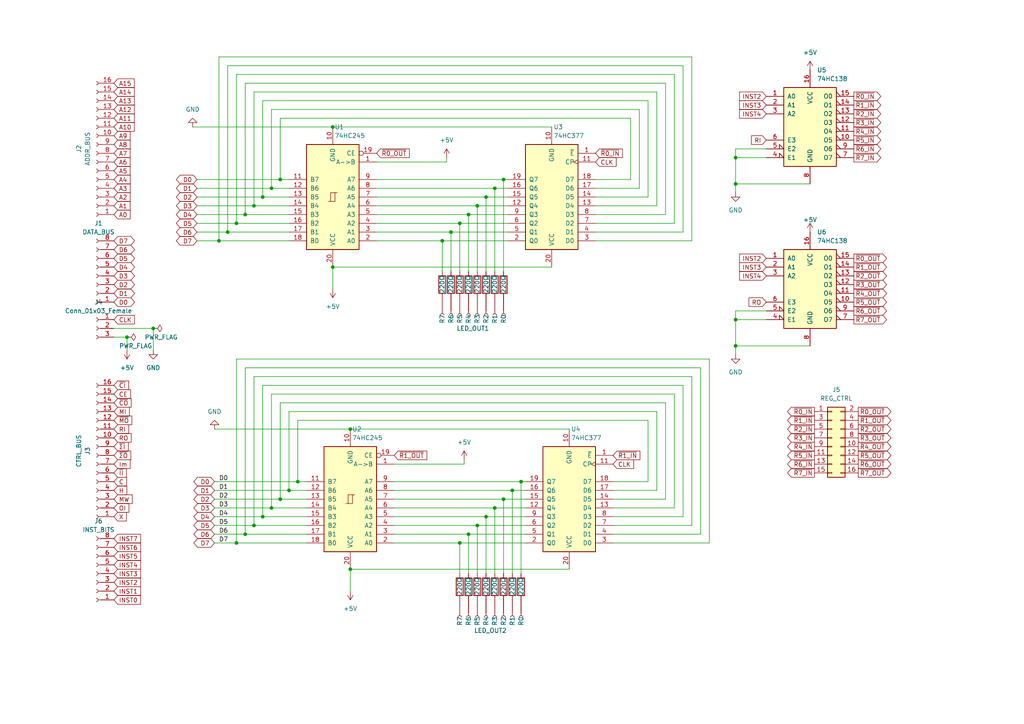
<source format=kicad_sch>
(kicad_sch (version 20211123) (generator eeschema)
  (paper "A4")
  (lib_symbols
    (symbol "74xx:74HC138" (pin_names (offset 1.016))
      (property "Reference" "U" (at -7.62 11.43 0))
      (property "Value" "74HC138" (at -7.62 -13.97 0))
      (symbol "74HC138_1_0"
        (pin input line (at -12.7 7.62 0) (length 5.08) (name "A0") (number "1"))
        (pin output output_low (at 12.7 -5.08 180) (length 5.08) (name "O5") (number "10"))
        (pin output output_low (at 12.7 -2.54 180) (length 5.08) (name "O4") (number "11"))
        (pin output output_low (at 12.7 0 180) (length 5.08) (name "O3") (number "12"))
        (pin output output_low (at 12.7 2.54 180) (length 5.08) (name "O2") (number "13"))
        (pin output output_low (at 12.7 5.08 180) (length 5.08) (name "O1") (number "14"))
        (pin output output_low (at 12.7 7.62 180) (length 5.08) (name "O0") (number "15"))
        (pin power_in line (at 0 15.24 270) (length 5.08) (name "VCC") (number "16"))
        (pin input line (at -12.7 5.08 0) (length 5.08) (name "A1") (number "2"))
        (pin input line (at -12.7 2.54 0) (length 5.08) (name "A2") (number "3"))
        (pin input input_low (at -12.7 -10.16 0) (length 5.08) (name "E1") (number "4"))
        (pin input input_low (at -12.7 -7.62 0) (length 5.08) (name "E2") (number "5"))
        (pin input line (at -12.7 -5.08 0) (length 5.08) (name "E3") (number "6"))
        (pin output output_low (at 12.7 -10.16 180) (length 5.08) (name "O7") (number "7"))
        (pin power_in line (at 0 -17.78 90) (length 5.08) (name "GND") (number "8"))
        (pin output output_low (at 12.7 -7.62 180) (length 5.08) (name "O6") (number "9"))
      )
      (symbol "74HC138_1_1"
        (rectangle (start -7.62 10.16) (end 7.62 -12.7) (stroke (width 0.254)) (fill (type background)))
      )
    )
    (symbol "74xx:74HC245" (pin_names (offset 1.016))
      (property "Reference" "U" (at -7.62 16.51 0))
      (property "Value" "74HC245" (at -7.62 -16.51 0))
      (symbol "74HC245_1_0"
        (polyline (pts (xy -0.635 -1.27) (xy -0.635 1.27) (xy 0.635 1.27)))
        (polyline (pts (xy -1.27 -1.27) (xy 0.635 -1.27) (xy 0.635 1.27) (xy 1.27 1.27)))
        (pin input line (at -12.7 -10.16 0) (length 5.08) (name "A->B") (number "1"))
        (pin power_in line (at 0 -20.32 90) (length 5.08) (name "GND") (number "10"))
        (pin tri_state line (at 12.7 -5.08 180) (length 5.08) (name "B7") (number "11"))
        (pin tri_state line (at 12.7 -2.54 180) (length 5.08) (name "B6") (number "12"))
        (pin tri_state line (at 12.7 0 180) (length 5.08) (name "B5") (number "13"))
        (pin tri_state line (at 12.7 2.54 180) (length 5.08) (name "B4") (number "14"))
        (pin tri_state line (at 12.7 5.08 180) (length 5.08) (name "B3") (number "15"))
        (pin tri_state line (at 12.7 7.62 180) (length 5.08) (name "B2") (number "16"))
        (pin tri_state line (at 12.7 10.16 180) (length 5.08) (name "B1") (number "17"))
        (pin tri_state line (at 12.7 12.7 180) (length 5.08) (name "B0") (number "18"))
        (pin input inverted (at -12.7 -12.7 0) (length 5.08) (name "CE") (number "19"))
        (pin tri_state line (at -12.7 12.7 0) (length 5.08) (name "A0") (number "2"))
        (pin power_in line (at 0 20.32 270) (length 5.08) (name "VCC") (number "20"))
        (pin tri_state line (at -12.7 10.16 0) (length 5.08) (name "A1") (number "3"))
        (pin tri_state line (at -12.7 7.62 0) (length 5.08) (name "A2") (number "4"))
        (pin tri_state line (at -12.7 5.08 0) (length 5.08) (name "A3") (number "5"))
        (pin tri_state line (at -12.7 2.54 0) (length 5.08) (name "A4") (number "6"))
        (pin tri_state line (at -12.7 0 0) (length 5.08) (name "A5") (number "7"))
        (pin tri_state line (at -12.7 -2.54 0) (length 5.08) (name "A6") (number "8"))
        (pin tri_state line (at -12.7 -5.08 0) (length 5.08) (name "A7") (number "9"))
      )
      (symbol "74HC245_1_1"
        (rectangle (start -7.62 15.24) (end 7.62 -15.24) (stroke (width 0.254)) (fill (type background)))
      )
    )
    (symbol "74xx:74HC377" (pin_names (offset 1.016))
      (property "Reference" "U" (at -7.62 16.51 0))
      (property "Value" "74HC377" (at -7.62 -16.51 0))
      (symbol "74HC377_1_0"
        (pin input line (at -12.7 -12.7 0) (length 5.08) (name "~{E}") (number "1"))
        (pin power_in line (at 0 -20.32 90) (length 5.08) (name "GND") (number "10"))
        (pin input clock (at -12.7 -10.16 0) (length 5.08) (name "CP") (number "11"))
        (pin output line (at 12.7 2.54 180) (length 5.08) (name "Q4") (number "12"))
        (pin input line (at -12.7 2.54 0) (length 5.08) (name "D4") (number "13"))
        (pin input line (at -12.7 0 0) (length 5.08) (name "D5") (number "14"))
        (pin output line (at 12.7 0 180) (length 5.08) (name "Q5") (number "15"))
        (pin output line (at 12.7 -2.54 180) (length 5.08) (name "Q6") (number "16"))
        (pin input line (at -12.7 -2.54 0) (length 5.08) (name "D6") (number "17"))
        (pin input line (at -12.7 -5.08 0) (length 5.08) (name "D7") (number "18"))
        (pin output line (at 12.7 -5.08 180) (length 5.08) (name "Q7") (number "19"))
        (pin output line (at 12.7 12.7 180) (length 5.08) (name "Q0") (number "2"))
        (pin power_in line (at 0 20.32 270) (length 5.08) (name "VCC") (number "20"))
        (pin input line (at -12.7 12.7 0) (length 5.08) (name "D0") (number "3"))
        (pin input line (at -12.7 10.16 0) (length 5.08) (name "D1") (number "4"))
        (pin output line (at 12.7 10.16 180) (length 5.08) (name "Q1") (number "5"))
        (pin output line (at 12.7 7.62 180) (length 5.08) (name "Q2") (number "6"))
        (pin input line (at -12.7 7.62 0) (length 5.08) (name "D2") (number "7"))
        (pin input line (at -12.7 5.08 0) (length 5.08) (name "D3") (number "8"))
        (pin output line (at 12.7 5.08 180) (length 5.08) (name "Q3") (number "9"))
      )
      (symbol "74HC377_1_1"
        (rectangle (start -7.62 15.24) (end 7.62 -15.24) (stroke (width 0.254)) (fill (type background)))
      )
    )
    (symbol "Conn_01x08_Female_1" (pin_numbers hide) (pin_names (offset 1.016))
      (property "Reference" "J3" (at 0 -5.08 90))
      (property "Value" "Conn_01x08_Female" (at -1.27 -16.51 0))
      (symbol "Conn_01x08_Female_1_1_1"
        (arc (start 0 -9.652) (mid -0.508 -10.16) (end 0 -10.668) (stroke (width 0.1524)))
        (arc (start 0 -7.112) (mid -0.508 -7.62) (end 0 -8.128) (stroke (width 0.1524)))
        (arc (start 0 -4.572) (mid -0.508 -5.08) (end 0 -5.588) (stroke (width 0.1524)))
        (arc (start 0 -2.032) (mid -0.508 -2.54) (end 0 -3.048) (stroke (width 0.1524)))
        (polyline (pts (xy -1.27 -10.16) (xy -0.508 -10.16)) (stroke (width 0.1524)))
        (polyline (pts (xy -1.27 -7.62) (xy -0.508 -7.62)) (stroke (width 0.1524)))
        (polyline (pts (xy -1.27 -5.08) (xy -0.508 -5.08)) (stroke (width 0.1524)))
        (polyline (pts (xy -1.27 -2.54) (xy -0.508 -2.54)) (stroke (width 0.1524)))
        (polyline (pts (xy -1.27 0) (xy -0.508 0)) (stroke (width 0.1524)))
        (polyline (pts (xy -1.27 2.54) (xy -0.508 2.54)) (stroke (width 0.1524)))
        (polyline (pts (xy -1.27 5.08) (xy -0.508 5.08)) (stroke (width 0.1524)))
        (polyline (pts (xy -1.27 7.62) (xy -0.508 7.62)) (stroke (width 0.1524)))
        (arc (start 0 0.508) (mid -0.508 0) (end 0 -0.508) (stroke (width 0.1524)))
        (arc (start 0 3.048) (mid -0.508 2.54) (end 0 2.032) (stroke (width 0.1524)))
        (arc (start 0 5.588) (mid -0.508 5.08) (end 0 4.572) (stroke (width 0.1524)))
        (arc (start 0 8.128) (mid -0.508 7.62) (end 0 7.112) (stroke (width 0.1524)))
        (pin passive line (at -5.08 7.62 0) (length 3.81) (name "R0") (number "1"))
        (pin passive line (at -5.08 5.08 0) (length 3.81) (name "R1") (number "2"))
        (pin passive line (at -5.08 2.54 0) (length 3.81) (name "R2") (number "3"))
        (pin passive line (at -5.08 0 0) (length 3.81) (name "R3") (number "4"))
        (pin passive line (at -5.08 -2.54 0) (length 3.81) (name "R4") (number "5"))
        (pin passive line (at -5.08 -5.08 0) (length 3.81) (name "R5") (number "6"))
        (pin passive line (at -5.08 -7.62 0) (length 3.81) (name "R6") (number "7"))
        (pin passive line (at -5.08 -10.16 0) (length 3.81) (name "R7") (number "8"))
      )
    )
    (symbol "Connector:Conn_01x03_Female" (pin_names (offset 1.016) hide)
      (property "Reference" "J" (at 0 5.08 0))
      (property "Value" "Conn_01x03_Female" (at 0 -5.08 0))
      (symbol "Conn_01x03_Female_1_1"
        (arc (start 0 -2.032) (mid -0.508 -2.54) (end 0 -3.048) (stroke (width 0.1524)))
        (polyline (pts (xy -1.27 -2.54) (xy -0.508 -2.54)) (stroke (width 0.1524)))
        (polyline (pts (xy -1.27 0) (xy -0.508 0)) (stroke (width 0.1524)))
        (polyline (pts (xy -1.27 2.54) (xy -0.508 2.54)) (stroke (width 0.1524)))
        (arc (start 0 0.508) (mid -0.508 0) (end 0 -0.508) (stroke (width 0.1524)))
        (arc (start 0 3.048) (mid -0.508 2.54) (end 0 2.032) (stroke (width 0.1524)))
        (pin passive line (at -5.08 2.54 0) (length 3.81) (name "Pin_1") (number "1"))
        (pin passive line (at -5.08 0 0) (length 3.81) (name "Pin_2") (number "2"))
        (pin passive line (at -5.08 -2.54 0) (length 3.81) (name "Pin_3") (number "3"))
      )
    )
    (symbol "Connector:Conn_01x08_Female" (pin_names (offset 1.016) hide)
      (property "Reference" "J" (at 0 10.16 0))
      (property "Value" "Conn_01x08_Female" (at 0 -12.7 0))
      (symbol "Conn_01x08_Female_1_1"
        (arc (start 0 -9.652) (mid -0.508 -10.16) (end 0 -10.668) (stroke (width 0.1524)))
        (arc (start 0 -7.112) (mid -0.508 -7.62) (end 0 -8.128) (stroke (width 0.1524)))
        (arc (start 0 -4.572) (mid -0.508 -5.08) (end 0 -5.588) (stroke (width 0.1524)))
        (arc (start 0 -2.032) (mid -0.508 -2.54) (end 0 -3.048) (stroke (width 0.1524)))
        (polyline (pts (xy -1.27 -10.16) (xy -0.508 -10.16)) (stroke (width 0.1524)))
        (polyline (pts (xy -1.27 -7.62) (xy -0.508 -7.62)) (stroke (width 0.1524)))
        (polyline (pts (xy -1.27 -5.08) (xy -0.508 -5.08)) (stroke (width 0.1524)))
        (polyline (pts (xy -1.27 -2.54) (xy -0.508 -2.54)) (stroke (width 0.1524)))
        (polyline (pts (xy -1.27 0) (xy -0.508 0)) (stroke (width 0.1524)))
        (polyline (pts (xy -1.27 2.54) (xy -0.508 2.54)) (stroke (width 0.1524)))
        (polyline (pts (xy -1.27 5.08) (xy -0.508 5.08)) (stroke (width 0.1524)))
        (polyline (pts (xy -1.27 7.62) (xy -0.508 7.62)) (stroke (width 0.1524)))
        (arc (start 0 0.508) (mid -0.508 0) (end 0 -0.508) (stroke (width 0.1524)))
        (arc (start 0 3.048) (mid -0.508 2.54) (end 0 2.032) (stroke (width 0.1524)))
        (arc (start 0 5.588) (mid -0.508 5.08) (end 0 4.572) (stroke (width 0.1524)))
        (arc (start 0 8.128) (mid -0.508 7.62) (end 0 7.112) (stroke (width 0.1524)))
        (pin passive line (at -5.08 7.62 0) (length 3.81) (name "Pin_1") (number "1"))
        (pin passive line (at -5.08 5.08 0) (length 3.81) (name "Pin_2") (number "2"))
        (pin passive line (at -5.08 2.54 0) (length 3.81) (name "Pin_3") (number "3"))
        (pin passive line (at -5.08 0 0) (length 3.81) (name "Pin_4") (number "4"))
        (pin passive line (at -5.08 -2.54 0) (length 3.81) (name "Pin_5") (number "5"))
        (pin passive line (at -5.08 -5.08 0) (length 3.81) (name "Pin_6") (number "6"))
        (pin passive line (at -5.08 -7.62 0) (length 3.81) (name "Pin_7") (number "7"))
        (pin passive line (at -5.08 -10.16 0) (length 3.81) (name "Pin_8") (number "8"))
      )
    )
    (symbol "Connector:Conn_01x16_Female" (pin_names (offset 1.016) hide)
      (property "Reference" "J" (at 0 20.32 0))
      (property "Value" "Conn_01x16_Female" (at 0 -22.86 0))
      (symbol "Conn_01x16_Female_1_1"
        (arc (start 0 -19.812) (mid -0.508 -20.32) (end 0 -20.828) (stroke (width 0.1524)))
        (arc (start 0 -17.272) (mid -0.508 -17.78) (end 0 -18.288) (stroke (width 0.1524)))
        (arc (start 0 -14.732) (mid -0.508 -15.24) (end 0 -15.748) (stroke (width 0.1524)))
        (arc (start 0 -12.192) (mid -0.508 -12.7) (end 0 -13.208) (stroke (width 0.1524)))
        (arc (start 0 -9.652) (mid -0.508 -10.16) (end 0 -10.668) (stroke (width 0.1524)))
        (arc (start 0 -7.112) (mid -0.508 -7.62) (end 0 -8.128) (stroke (width 0.1524)))
        (arc (start 0 -4.572) (mid -0.508 -5.08) (end 0 -5.588) (stroke (width 0.1524)))
        (arc (start 0 -2.032) (mid -0.508 -2.54) (end 0 -3.048) (stroke (width 0.1524)))
        (polyline (pts (xy -1.27 -20.32) (xy -0.508 -20.32)) (stroke (width 0.1524)))
        (polyline (pts (xy -1.27 -17.78) (xy -0.508 -17.78)) (stroke (width 0.1524)))
        (polyline (pts (xy -1.27 -15.24) (xy -0.508 -15.24)) (stroke (width 0.1524)))
        (polyline (pts (xy -1.27 -12.7) (xy -0.508 -12.7)) (stroke (width 0.1524)))
        (polyline (pts (xy -1.27 -10.16) (xy -0.508 -10.16)) (stroke (width 0.1524)))
        (polyline (pts (xy -1.27 -7.62) (xy -0.508 -7.62)) (stroke (width 0.1524)))
        (polyline (pts (xy -1.27 -5.08) (xy -0.508 -5.08)) (stroke (width 0.1524)))
        (polyline (pts (xy -1.27 -2.54) (xy -0.508 -2.54)) (stroke (width 0.1524)))
        (polyline (pts (xy -1.27 0) (xy -0.508 0)) (stroke (width 0.1524)))
        (polyline (pts (xy -1.27 2.54) (xy -0.508 2.54)) (stroke (width 0.1524)))
        (polyline (pts (xy -1.27 5.08) (xy -0.508 5.08)) (stroke (width 0.1524)))
        (polyline (pts (xy -1.27 7.62) (xy -0.508 7.62)) (stroke (width 0.1524)))
        (polyline (pts (xy -1.27 10.16) (xy -0.508 10.16)) (stroke (width 0.1524)))
        (polyline (pts (xy -1.27 12.7) (xy -0.508 12.7)) (stroke (width 0.1524)))
        (polyline (pts (xy -1.27 15.24) (xy -0.508 15.24)) (stroke (width 0.1524)))
        (polyline (pts (xy -1.27 17.78) (xy -0.508 17.78)) (stroke (width 0.1524)))
        (arc (start 0 0.508) (mid -0.508 0) (end 0 -0.508) (stroke (width 0.1524)))
        (arc (start 0 3.048) (mid -0.508 2.54) (end 0 2.032) (stroke (width 0.1524)))
        (arc (start 0 5.588) (mid -0.508 5.08) (end 0 4.572) (stroke (width 0.1524)))
        (arc (start 0 8.128) (mid -0.508 7.62) (end 0 7.112) (stroke (width 0.1524)))
        (arc (start 0 10.668) (mid -0.508 10.16) (end 0 9.652) (stroke (width 0.1524)))
        (arc (start 0 13.208) (mid -0.508 12.7) (end 0 12.192) (stroke (width 0.1524)))
        (arc (start 0 15.748) (mid -0.508 15.24) (end 0 14.732) (stroke (width 0.1524)))
        (arc (start 0 18.288) (mid -0.508 17.78) (end 0 17.272) (stroke (width 0.1524)))
        (pin passive line (at -5.08 17.78 0) (length 3.81) (name "Pin_1") (number "1"))
        (pin passive line (at -5.08 -5.08 0) (length 3.81) (name "Pin_10") (number "10"))
        (pin passive line (at -5.08 -7.62 0) (length 3.81) (name "Pin_11") (number "11"))
        (pin passive line (at -5.08 -10.16 0) (length 3.81) (name "Pin_12") (number "12"))
        (pin passive line (at -5.08 -12.7 0) (length 3.81) (name "Pin_13") (number "13"))
        (pin passive line (at -5.08 -15.24 0) (length 3.81) (name "Pin_14") (number "14"))
        (pin passive line (at -5.08 -17.78 0) (length 3.81) (name "Pin_15") (number "15"))
        (pin passive line (at -5.08 -20.32 0) (length 3.81) (name "Pin_16") (number "16"))
        (pin passive line (at -5.08 15.24 0) (length 3.81) (name "Pin_2") (number "2"))
        (pin passive line (at -5.08 12.7 0) (length 3.81) (name "Pin_3") (number "3"))
        (pin passive line (at -5.08 10.16 0) (length 3.81) (name "Pin_4") (number "4"))
        (pin passive line (at -5.08 7.62 0) (length 3.81) (name "Pin_5") (number "5"))
        (pin passive line (at -5.08 5.08 0) (length 3.81) (name "Pin_6") (number "6"))
        (pin passive line (at -5.08 2.54 0) (length 3.81) (name "Pin_7") (number "7"))
        (pin passive line (at -5.08 0 0) (length 3.81) (name "Pin_8") (number "8"))
        (pin passive line (at -5.08 -2.54 0) (length 3.81) (name "Pin_9") (number "9"))
      )
    )
    (symbol "Connector_Generic:Conn_02x08_Odd_Even" (pin_names (offset 1.016) hide)
      (property "Reference" "J" (at 1.27 10.16 0))
      (property "Value" "Conn_02x08_Odd_Even" (at 1.27 -12.7 0))
      (symbol "Conn_02x08_Odd_Even_1_1"
        (rectangle (start -1.27 -10.033) (end 0 -10.287) (stroke (width 0.1524)))
        (rectangle (start -1.27 -7.493) (end 0 -7.747) (stroke (width 0.1524)))
        (rectangle (start -1.27 -4.953) (end 0 -5.207) (stroke (width 0.1524)))
        (rectangle (start -1.27 -2.413) (end 0 -2.667) (stroke (width 0.1524)))
        (rectangle (start -1.27 0.127) (end 0 -0.127) (stroke (width 0.1524)))
        (rectangle (start -1.27 2.667) (end 0 2.413) (stroke (width 0.1524)))
        (rectangle (start -1.27 5.207) (end 0 4.953) (stroke (width 0.1524)))
        (rectangle (start -1.27 7.747) (end 0 7.493) (stroke (width 0.1524)))
        (rectangle (start -1.27 8.89) (end 3.81 -11.43) (stroke (width 0.254)) (fill (type background)))
        (rectangle (start 3.81 -10.033) (end 2.54 -10.287) (stroke (width 0.1524)))
        (rectangle (start 3.81 -7.493) (end 2.54 -7.747) (stroke (width 0.1524)))
        (rectangle (start 3.81 -4.953) (end 2.54 -5.207) (stroke (width 0.1524)))
        (rectangle (start 3.81 -2.413) (end 2.54 -2.667) (stroke (width 0.1524)))
        (rectangle (start 3.81 0.127) (end 2.54 -0.127) (stroke (width 0.1524)))
        (rectangle (start 3.81 2.667) (end 2.54 2.413) (stroke (width 0.1524)))
        (rectangle (start 3.81 5.207) (end 2.54 4.953) (stroke (width 0.1524)))
        (rectangle (start 3.81 7.747) (end 2.54 7.493) (stroke (width 0.1524)))
        (pin passive line (at -5.08 7.62 0) (length 3.81) (name "Pin_1") (number "1"))
        (pin passive line (at 7.62 -2.54 180) (length 3.81) (name "Pin_10") (number "10"))
        (pin passive line (at -5.08 -5.08 0) (length 3.81) (name "Pin_11") (number "11"))
        (pin passive line (at 7.62 -5.08 180) (length 3.81) (name "Pin_12") (number "12"))
        (pin passive line (at -5.08 -7.62 0) (length 3.81) (name "Pin_13") (number "13"))
        (pin passive line (at 7.62 -7.62 180) (length 3.81) (name "Pin_14") (number "14"))
        (pin passive line (at -5.08 -10.16 0) (length 3.81) (name "Pin_15") (number "15"))
        (pin passive line (at 7.62 -10.16 180) (length 3.81) (name "Pin_16") (number "16"))
        (pin passive line (at 7.62 7.62 180) (length 3.81) (name "Pin_2") (number "2"))
        (pin passive line (at -5.08 5.08 0) (length 3.81) (name "Pin_3") (number "3"))
        (pin passive line (at 7.62 5.08 180) (length 3.81) (name "Pin_4") (number "4"))
        (pin passive line (at -5.08 2.54 0) (length 3.81) (name "Pin_5") (number "5"))
        (pin passive line (at 7.62 2.54 180) (length 3.81) (name "Pin_6") (number "6"))
        (pin passive line (at -5.08 0 0) (length 3.81) (name "Pin_7") (number "7"))
        (pin passive line (at 7.62 0 180) (length 3.81) (name "Pin_8") (number "8"))
        (pin passive line (at -5.08 -2.54 0) (length 3.81) (name "Pin_9") (number "9"))
      )
    )
    (symbol "Device:R" (pin_numbers hide) (pin_names (offset 0))
      (property "Reference" "R" (at 2.032 0 90))
      (property "Value" "R" (at 0 0 90))
      (symbol "R_0_1"
        (rectangle (start -1.016 -2.54) (end 1.016 2.54) (stroke (width 0.254)))
      )
      (symbol "R_1_1"
        (pin passive line (at 0 3.81 270) (length 1.27) (name "~") (number "1"))
        (pin passive line (at 0 -3.81 90) (length 1.27) (name "~") (number "2"))
      )
    )
    (symbol "power:+5V" (power) (pin_names (offset 0))
      (property "Value" "+5V" (at 0 3.556 0))
      (symbol "+5V_0_1"
        (polyline (pts (xy -0.762 1.27) (xy 0 2.54)))
        (polyline (pts (xy 0 0) (xy 0 2.54)))
        (polyline (pts (xy 0 2.54) (xy 0.762 1.27)))
      )
      (symbol "+5V_1_1"
        (pin power_in line (at 0 0 90) (length 0) hide (name "+5V") (number "1"))
      )
    )
    (symbol "power:GND" (power) (pin_names (offset 0))
      (property "Value" "GND" (at 0 -3.81 0))
      (symbol "GND_0_1"
        (polyline (pts (xy 0 0) (xy 0 -1.27) (xy 1.27 -1.27) (xy 0 -2.54) (xy -1.27 -1.27) (xy 0 -1.27)))
      )
      (symbol "GND_1_1"
        (pin power_in line (at 0 0 270) (length 0) hide (name "GND") (number "1"))
      )
    )
    (symbol "power:PWR_FLAG" (power) (pin_numbers hide) (pin_names (offset 0) hide)
      (property "Value" "PWR_FLAG" (at 0 3.81 0))
      (symbol "PWR_FLAG_0_0"
        (pin power_out line (at 0 0 90) (length 0) (name "pwr") (number "1"))
      )
      (symbol "PWR_FLAG_0_1"
        (polyline (pts (xy 0 0) (xy 0 1.27) (xy -1.016 1.905) (xy 0 2.54) (xy 1.016 1.905) (xy 0 1.27)))
      )
    )
  )
  (junction (at 101.6 124.46))
  (junction (at 73.66 59.69))
  (junction (at 83.82 142.24))
  (junction (at 135.89 154.94))
  (junction (at 68.58 157.48))
  (junction (at 36.83 97.79))
  (junction (at 133.35 64.77))
  (junction (at 66.04 67.31))
  (junction (at 86.36 139.7))
  (junction (at 143.51 54.61))
  (junction (at 81.28 144.78))
  (junction (at 96.52 77.47))
  (junction (at 73.66 152.4))
  (junction (at 143.51 147.32))
  (junction (at 71.12 62.23))
  (junction (at 81.28 52.07))
  (junction (at 101.6 165.1))
  (junction (at 96.52 36.83))
  (junction (at 138.43 59.69))
  (junction (at 146.05 52.07))
  (junction (at 146.05 144.78))
  (junction (at 130.81 67.31))
  (junction (at 44.45 95.25))
  (junction (at 76.2 57.15))
  (junction (at 213.36 92.71))
  (junction (at 76.2 149.86))
  (junction (at 68.58 64.77))
  (junction (at 78.74 54.61))
  (junction (at 151.13 139.7))
  (junction (at 213.36 53.34))
  (junction (at 140.97 57.15))
  (junction (at 213.36 100.33))
  (junction (at 140.97 149.86))
  (junction (at 128.27 69.85))
  (junction (at 78.74 147.32))
  (junction (at 138.43 152.4))
  (junction (at 133.35 157.48))
  (junction (at 148.59 142.24))
  (junction (at 135.89 62.23))
  (junction (at 213.36 45.72))
  (junction (at 63.5 69.85))
  (junction (at 71.12 154.94))
  (wire (pts (xy 148.59 142.24) (xy 148.59 166.37)))
  (wire (pts (xy 133.35 64.77) (xy 147.32 64.77)))
  (wire (pts (xy 146.05 52.07) (xy 147.32 52.07)))
  (wire (pts (xy 81.28 34.29) (xy 182.88 34.29)))
  (wire (pts (xy 57.15 67.31) (xy 66.04 67.31)))
  (wire (pts (xy 205.74 104.14) (xy 205.74 157.48)))
  (wire (pts (xy 193.04 144.78) (xy 177.8 144.78)))
  (wire (pts (xy 78.74 147.32) (xy 88.9 147.32)))
  (wire (pts (xy 78.74 147.32) (xy 78.74 114.3)))
  (wire (pts (xy 109.22 64.77) (xy 133.35 64.77)))
  (wire (pts (xy 133.35 157.48) (xy 152.4 157.48)))
  (wire (pts (xy 62.23 142.24) (xy 83.82 142.24)))
  (wire (pts (xy 200.66 109.22) (xy 200.66 152.4)))
  (wire (pts (xy 140.97 149.86) (xy 152.4 149.86)))
  (wire (pts (xy 63.5 16.51) (xy 200.66 16.51)))
  (wire (pts (xy 86.36 139.7) (xy 88.9 139.7)))
  (wire (pts (xy 33.02 97.79) (xy 36.83 97.79)))
  (wire (pts (xy 193.04 62.23) (xy 172.72 62.23)))
  (wire (pts (xy 140.97 57.15) (xy 140.97 78.74)))
  (wire (pts (xy 101.6 165.1) (xy 101.6 171.45)))
  (wire (pts (xy 83.82 119.38) (xy 190.5 119.38)))
  (wire (pts (xy 76.2 29.21) (xy 76.2 57.15)))
  (wire (pts (xy 148.59 142.24) (xy 152.4 142.24)))
  (wire (pts (xy 36.83 97.79) (xy 36.83 101.6)))
  (wire (pts (xy 57.15 69.85) (xy 63.5 69.85)))
  (wire (pts (xy 44.45 95.25) (xy 44.45 101.6)))
  (wire (pts (xy 140.97 57.15) (xy 147.32 57.15)))
  (wire (pts (xy 205.74 157.48) (xy 177.8 157.48)))
  (wire (pts (xy 66.04 67.31) (xy 83.82 67.31)))
  (wire (pts (xy 143.51 147.32) (xy 152.4 147.32)))
  (wire (pts (xy 96.52 36.83) (xy 160.02 36.83)))
  (wire (pts (xy 57.15 62.23) (xy 71.12 62.23)))
  (wire (pts (xy 62.23 139.7) (xy 86.36 139.7)))
  (wire (pts (xy 109.22 67.31) (xy 130.81 67.31)))
  (wire (pts (xy 195.58 114.3) (xy 195.58 147.32)))
  (wire (pts (xy 71.12 24.13) (xy 193.04 24.13)))
  (wire (pts (xy 81.28 116.84) (xy 81.28 144.78)))
  (wire (pts (xy 73.66 152.4) (xy 88.9 152.4)))
  (wire (pts (xy 68.58 64.77) (xy 68.58 21.59)))
  (wire (pts (xy 73.66 109.22) (xy 200.66 109.22)))
  (wire (pts (xy 213.36 100.33) (xy 234.95 100.33)))
  (wire (pts (xy 203.2 106.68) (xy 203.2 154.94)))
  (wire (pts (xy 195.58 64.77) (xy 172.72 64.77)))
  (wire (pts (xy 63.5 69.85) (xy 83.82 69.85)))
  (wire (pts (xy 198.12 67.31) (xy 172.72 67.31)))
  (wire (pts (xy 68.58 157.48) (xy 88.9 157.48)))
  (wire (pts (xy 134.62 134.62) (xy 114.3 134.62)))
  (wire (pts (xy 200.66 69.85) (xy 172.72 69.85)))
  (wire (pts (xy 190.5 142.24) (xy 177.8 142.24)))
  (wire (pts (xy 68.58 64.77) (xy 83.82 64.77)))
  (wire (pts (xy 133.35 86.3561) (xy 133.35 86.36)))
  (wire (pts (xy 213.36 92.71) (xy 222.25 92.71)))
  (wire (pts (xy 138.43 152.4) (xy 152.4 152.4)))
  (wire (pts (xy 57.15 54.61) (xy 78.74 54.61)))
  (wire (pts (xy 57.15 64.77) (xy 68.58 64.77)))
  (wire (pts (xy 222.25 43.18) (xy 213.36 43.18)))
  (wire (pts (xy 222.25 90.17) (xy 213.36 90.17)))
  (wire (pts (xy 78.74 54.61) (xy 83.82 54.61)))
  (wire (pts (xy 73.66 26.67) (xy 190.5 26.67)))
  (wire (pts (xy 73.66 59.69) (xy 83.82 59.69)))
  (wire (pts (xy 62.23 147.32) (xy 78.74 147.32)))
  (wire (pts (xy 128.27 69.85) (xy 128.27 78.74)))
  (wire (pts (xy 134.62 133.35) (xy 134.62 134.62)))
  (wire (pts (xy 81.28 144.78) (xy 88.9 144.78)))
  (wire (pts (xy 198.12 111.76) (xy 198.12 149.86)))
  (wire (pts (xy 114.3 142.24) (xy 148.59 142.24)))
  (wire (pts (xy 151.13 139.7) (xy 152.4 139.7)))
  (wire (pts (xy 76.2 57.15) (xy 83.82 57.15)))
  (wire (pts (xy 71.12 62.23) (xy 71.12 24.13)))
  (wire (pts (xy 73.66 152.4) (xy 73.66 109.22)))
  (wire (pts (xy 73.66 59.69) (xy 73.66 26.67)))
  (wire (pts (xy 187.96 121.92) (xy 187.96 139.7)))
  (wire (pts (xy 129.54 45.72) (xy 129.54 46.99)))
  (wire (pts (xy 62.23 152.4) (xy 73.66 152.4)))
  (wire (pts (xy 96.52 77.47) (xy 96.52 83.82)))
  (wire (pts (xy 33.02 95.25) (xy 44.45 95.25)))
  (wire (pts (xy 76.2 111.76) (xy 198.12 111.76)))
  (wire (pts (xy 62.23 124.46) (xy 101.6 124.46)))
  (wire (pts (xy 109.22 52.07) (xy 146.05 52.07)))
  (wire (pts (xy 96.52 77.47) (xy 160.02 77.47)))
  (wire (pts (xy 138.43 152.4) (xy 138.43 166.3661)))
  (wire (pts (xy 114.3 139.7) (xy 151.13 139.7)))
  (wire (pts (xy 213.36 92.71) (xy 213.36 100.33)))
  (wire (pts (xy 76.2 149.86) (xy 88.9 149.86)))
  (wire (pts (xy 185.42 54.61) (xy 172.72 54.61)))
  (wire (pts (xy 114.3 149.86) (xy 140.97 149.86)))
  (wire (pts (xy 78.74 54.61) (xy 78.74 31.75)))
  (wire (pts (xy 109.22 59.69) (xy 138.43 59.69)))
  (wire (pts (xy 198.12 19.05) (xy 198.12 67.31)))
  (wire (pts (xy 143.51 54.61) (xy 143.51 78.74)))
  (wire (pts (xy 62.23 157.48) (xy 68.58 157.48)))
  (wire (pts (xy 195.58 21.59) (xy 195.58 64.77)))
  (wire (pts (xy 138.43 59.69) (xy 138.43 78.74)))
  (wire (pts (xy 114.3 144.78) (xy 146.05 144.78)))
  (wire (pts (xy 135.89 154.94) (xy 152.4 154.94)))
  (wire (pts (xy 190.5 119.38) (xy 190.5 142.24)))
  (wire (pts (xy 195.58 147.32) (xy 177.8 147.32)))
  (wire (pts (xy 68.58 157.48) (xy 68.58 104.14)))
  (wire (pts (xy 109.22 57.15) (xy 140.97 57.15)))
  (wire (pts (xy 57.15 59.69) (xy 73.66 59.69)))
  (wire (pts (xy 213.36 53.34) (xy 234.95 53.34)))
  (wire (pts (xy 187.96 139.7) (xy 177.8 139.7)))
  (wire (pts (xy 138.43 173.9861) (xy 138.43 173.99)))
  (wire (pts (xy 109.22 62.23) (xy 135.89 62.23)))
  (wire (pts (xy 78.74 31.75) (xy 185.42 31.75)))
  (wire (pts (xy 86.36 139.7) (xy 86.36 121.92)))
  (wire (pts (xy 135.89 62.23) (xy 147.32 62.23)))
  (wire (pts (xy 62.23 154.94) (xy 71.12 154.94)))
  (wire (pts (xy 68.58 104.14) (xy 205.74 104.14)))
  (wire (pts (xy 71.12 154.94) (xy 88.9 154.94)))
  (wire (pts (xy 146.05 52.07) (xy 146.05 78.74)))
  (wire (pts (xy 114.3 154.94) (xy 135.89 154.94)))
  (wire (pts (xy 68.58 21.59) (xy 195.58 21.59)))
  (wire (pts (xy 213.36 45.72) (xy 213.36 53.34)))
  (wire (pts (xy 143.51 54.61) (xy 147.32 54.61)))
  (wire (pts (xy 143.51 147.32) (xy 143.51 166.37)))
  (wire (pts (xy 83.82 142.24) (xy 88.9 142.24)))
  (wire (pts (xy 78.74 114.3) (xy 195.58 114.3)))
  (wire (pts (xy 114.3 152.4) (xy 138.43 152.4)))
  (wire (pts (xy 213.36 53.34) (xy 213.36 55.88)))
  (wire (pts (xy 109.22 69.85) (xy 128.27 69.85)))
  (wire (pts (xy 128.27 69.85) (xy 147.32 69.85)))
  (wire (pts (xy 140.97 149.86) (xy 140.97 166.37)))
  (wire (pts (xy 187.96 29.21) (xy 187.96 57.15)))
  (wire (pts (xy 76.2 149.86) (xy 76.2 111.76)))
  (wire (pts (xy 81.28 52.07) (xy 83.82 52.07)))
  (wire (pts (xy 130.81 67.31) (xy 130.81 78.74)))
  (wire (pts (xy 114.3 157.48) (xy 133.35 157.48)))
  (wire (pts (xy 182.88 34.29) (xy 182.88 52.07)))
  (wire (pts (xy 114.3 147.32) (xy 143.51 147.32)))
  (wire (pts (xy 66.04 19.05) (xy 198.12 19.05)))
  (wire (pts (xy 133.35 157.48) (xy 133.35 166.37)))
  (wire (pts (xy 146.05 144.78) (xy 152.4 144.78)))
  (wire (pts (xy 193.04 116.84) (xy 193.04 144.78)))
  (wire (pts (xy 109.22 54.61) (xy 143.51 54.61)))
  (wire (pts (xy 57.15 57.15) (xy 76.2 57.15)))
  (wire (pts (xy 213.36 45.72) (xy 222.25 45.72)))
  (wire (pts (xy 190.5 26.67) (xy 190.5 59.69)))
  (wire (pts (xy 190.5 59.69) (xy 172.72 59.69)))
  (wire (pts (xy 198.12 149.86) (xy 177.8 149.86)))
  (wire (pts (xy 101.6 124.46) (xy 165.1 124.46)))
  (wire (pts (xy 213.36 90.17) (xy 213.36 92.71)))
  (wire (pts (xy 71.12 106.68) (xy 71.12 154.94)))
  (wire (pts (xy 55.88 36.83) (xy 96.52 36.83)))
  (wire (pts (xy 146.05 144.78) (xy 146.05 166.37)))
  (wire (pts (xy 213.36 43.18) (xy 213.36 45.72)))
  (wire (pts (xy 203.2 154.94) (xy 177.8 154.94)))
  (wire (pts (xy 86.36 121.92) (xy 187.96 121.92)))
  (wire (pts (xy 185.42 31.75) (xy 185.42 54.61)))
  (wire (pts (xy 129.54 46.99) (xy 109.22 46.99)))
  (wire (pts (xy 62.23 149.86) (xy 76.2 149.86)))
  (wire (pts (xy 151.13 139.7) (xy 151.13 166.37)))
  (wire (pts (xy 135.89 154.94) (xy 135.89 166.37)))
  (wire (pts (xy 81.28 52.07) (xy 81.28 34.29)))
  (wire (pts (xy 187.96 57.15) (xy 172.72 57.15)))
  (wire (pts (xy 57.15 52.07) (xy 81.28 52.07)))
  (wire (pts (xy 133.35 64.77) (xy 133.35 78.7361)))
  (wire (pts (xy 83.82 142.24) (xy 83.82 119.38)))
  (wire (pts (xy 182.88 52.07) (xy 172.72 52.07)))
  (wire (pts (xy 76.2 29.21) (xy 187.96 29.21)))
  (wire (pts (xy 200.66 16.51) (xy 200.66 69.85)))
  (wire (pts (xy 130.81 67.31) (xy 147.32 67.31)))
  (wire (pts (xy 193.04 24.13) (xy 193.04 62.23)))
  (wire (pts (xy 63.5 69.85) (xy 63.5 16.51)))
  (wire (pts (xy 101.6 165.1) (xy 165.1 165.1)))
  (wire (pts (xy 213.36 100.33) (xy 213.36 102.87)))
  (wire (pts (xy 138.43 59.69) (xy 147.32 59.69)))
  (wire (pts (xy 66.04 19.05) (xy 66.04 67.31)))
  (wire (pts (xy 62.23 144.78) (xy 81.28 144.78)))
  (wire (pts (xy 135.89 62.23) (xy 135.89 78.74)))
  (wire (pts (xy 71.12 62.23) (xy 83.82 62.23)))
  (wire (pts (xy 81.28 116.84) (xy 193.04 116.84)))
  (wire (pts (xy 200.66 152.4) (xy 177.8 152.4)))
  (wire (pts (xy 71.12 106.68) (xy 203.2 106.68)))
  (label "D5" (at 63.5 152.4 0))
  (label "D7" (at 63.5 157.48 0))
  (label "D0" (at 63.5 139.7 0))
  (label "D1" (at 63.5 142.24 0))
  (label "D6" (at 63.5 154.94 0))
  (label "D4" (at 63.5 149.86 0))
  (label "D2" (at 63.5 144.78 0))
  (label "D3" (at 63.5 147.32 0))
  (global_label "~{R0_OUT}" (shape output) (at 247.65 74.93 0) (property "Intersheet References" "${INTERSHEET_REFS}" (effects hide)))
  (global_label "CLK" (shape input) (at 172.72 46.99 0) (property "Intersheet References" "${INTERSHEET_REFS}" (effects hide)))
  (global_label "MW" (shape input) (at 33.02 144.78 0) (property "Intersheet References" "${INTERSHEET_REFS}" (effects hide)))
  (global_label "D6" (shape tri_state) (at 62.23 154.94 180) (property "Intersheet References" "${INTERSHEET_REFS}" (effects hide)))
  (global_label "D7" (shape tri_state) (at 57.15 69.85 180) (property "Intersheet References" "${INTERSHEET_REFS}" (effects hide)))
  (global_label "~{R1_IN}" (shape input) (at 177.8 132.08 0) (property "Intersheet References" "${INTERSHEET_REFS}" (effects hide)))
  (global_label "~{R3_OUT}" (shape output) (at 248.92 127 0) (property "Intersheet References" "${INTERSHEET_REFS}" (effects hide)))
  (global_label "A13" (shape input) (at 33.02 29.21 0) (property "Intersheet References" "${INTERSHEET_REFS}" (effects hide)))
  (global_label "INST4" (shape input) (at 222.25 33.02 180) (property "Intersheet References" "${INTERSHEET_REFS}" (effects hide)))
  (global_label "D2" (shape tri_state) (at 62.23 144.78 180) (property "Intersheet References" "${INTERSHEET_REFS}" (effects hide)))
  (global_label "MI" (shape input) (at 33.02 119.38 0) (property "Intersheet References" "${INTERSHEET_REFS}" (effects hide)))
  (global_label "~{R6_OUT}" (shape output) (at 248.92 134.62 0) (property "Intersheet References" "${INTERSHEET_REFS}" (effects hide)))
  (global_label "~{R3_OUT}" (shape output) (at 247.65 82.55 0) (property "Intersheet References" "${INTERSHEET_REFS}" (effects hide)))
  (global_label "X" (shape input) (at 33.02 149.86 0) (property "Intersheet References" "${INTERSHEET_REFS}" (effects hide)))
  (global_label "A10" (shape input) (at 33.02 36.83 0) (property "Intersheet References" "${INTERSHEET_REFS}" (effects hide)))
  (global_label "~{R4_OUT}" (shape output) (at 247.65 85.09 0) (property "Intersheet References" "${INTERSHEET_REFS}" (effects hide)))
  (global_label "~{R4_IN}" (shape output) (at 247.65 38.1 0) (property "Intersheet References" "${INTERSHEET_REFS}" (effects hide)))
  (global_label "~{R0_IN}" (shape input) (at 172.72 44.45 0) (property "Intersheet References" "${INTERSHEET_REFS}" (effects hide)))
  (global_label "D1" (shape tri_state) (at 33.02 85.09 0) (property "Intersheet References" "${INTERSHEET_REFS}" (effects hide)))
  (global_label "D7" (shape tri_state) (at 33.02 69.85 0) (property "Intersheet References" "${INTERSHEET_REFS}" (effects hide)))
  (global_label "D2" (shape tri_state) (at 57.15 57.15 180) (property "Intersheet References" "${INTERSHEET_REFS}" (effects hide)))
  (global_label "D1" (shape tri_state) (at 57.15 54.61 180) (property "Intersheet References" "${INTERSHEET_REFS}" (effects hide)))
  (global_label "~{R1_IN}" (shape output) (at 247.65 30.48 0) (property "Intersheet References" "${INTERSHEET_REFS}" (effects hide)))
  (global_label "RI" (shape input) (at 33.02 124.46 0) (property "Intersheet References" "${INTERSHEET_REFS}" (effects hide)))
  (global_label "~{R7_OUT}" (shape output) (at 247.65 92.71 0) (property "Intersheet References" "${INTERSHEET_REFS}" (effects hide)))
  (global_label "C" (shape input) (at 33.02 139.7 0) (property "Intersheet References" "${INTERSHEET_REFS}" (effects hide)))
  (global_label "RI" (shape input) (at 222.25 40.64 180) (property "Intersheet References" "${INTERSHEET_REFS}" (effects hide)))
  (global_label "D3" (shape tri_state) (at 62.23 147.32 180) (property "Intersheet References" "${INTERSHEET_REFS}" (effects hide)))
  (global_label "D4" (shape tri_state) (at 57.15 62.23 180) (property "Intersheet References" "${INTERSHEET_REFS}" (effects hide)))
  (global_label "~{R3_IN}" (shape output) (at 247.65 35.56 0) (property "Intersheet References" "${INTERSHEET_REFS}" (effects hide)))
  (global_label "A12" (shape input) (at 33.02 31.75 0) (property "Intersheet References" "${INTERSHEET_REFS}" (effects hide)))
  (global_label "A9" (shape input) (at 33.02 39.37 0) (property "Intersheet References" "${INTERSHEET_REFS}" (effects hide)))
  (global_label "~{R1_OUT}" (shape output) (at 248.92 121.92 0) (property "Intersheet References" "${INTERSHEET_REFS}" (effects hide)))
  (global_label "~{R4_OUT}" (shape output) (at 248.92 129.54 0) (property "Intersheet References" "${INTERSHEET_REFS}" (effects hide)))
  (global_label "~{R7_OUT}" (shape output) (at 248.92 137.16 0) (property "Intersheet References" "${INTERSHEET_REFS}" (effects hide)))
  (global_label "A1" (shape input) (at 33.02 59.69 0) (property "Intersheet References" "${INTERSHEET_REFS}" (effects hide)))
  (global_label "OI" (shape input) (at 33.02 147.32 0) (property "Intersheet References" "${INTERSHEET_REFS}" (effects hide)))
  (global_label "~{R6_OUT}" (shape output) (at 247.65 90.17 0) (property "Intersheet References" "${INTERSHEET_REFS}" (effects hide)))
  (global_label "~{R1_OUT}" (shape output) (at 247.65 77.47 0) (property "Intersheet References" "${INTERSHEET_REFS}" (effects hide)))
  (global_label "~{R2_OUT}" (shape output) (at 247.65 80.01 0) (property "Intersheet References" "${INTERSHEET_REFS}" (effects hide)))
  (global_label "~{R1_IN}" (shape output) (at 236.22 121.92 180) (property "Intersheet References" "${INTERSHEET_REFS}" (effects hide)))
  (global_label "CLK" (shape input) (at 33.02 92.71 0) (property "Intersheet References" "${INTERSHEET_REFS}" (effects hide)))
  (global_label "~{II}" (shape input) (at 33.02 137.16 0) (property "Intersheet References" "${INTERSHEET_REFS}" (effects hide)))
  (global_label "INST5" (shape input) (at 33.02 161.29 0) (property "Intersheet References" "${INTERSHEET_REFS}" (effects hide)))
  (global_label "~{R2_IN}" (shape output) (at 236.22 124.46 180) (property "Intersheet References" "${INTERSHEET_REFS}" (effects hide)))
  (global_label "D5" (shape tri_state) (at 57.15 64.77 180) (property "Intersheet References" "${INTERSHEET_REFS}" (effects hide)))
  (global_label "D0" (shape tri_state) (at 62.23 139.7 180) (property "Intersheet References" "${INTERSHEET_REFS}" (effects hide)))
  (global_label "A2" (shape input) (at 33.02 57.15 0) (property "Intersheet References" "${INTERSHEET_REFS}" (effects hide)))
  (global_label "Im" (shape input) (at 33.02 134.62 0) (property "Intersheet References" "${INTERSHEET_REFS}" (effects hide)))
  (global_label "~{R2_OUT}" (shape output) (at 248.92 124.46 0) (property "Intersheet References" "${INTERSHEET_REFS}" (effects hide)))
  (global_label "~{R6_IN}" (shape output) (at 236.22 134.62 180) (property "Intersheet References" "${INTERSHEET_REFS}" (effects hide)))
  (global_label "INST0" (shape input) (at 33.02 173.99 0) (property "Intersheet References" "${INTERSHEET_REFS}" (effects hide)))
  (global_label "~{R3_IN}" (shape output) (at 236.22 127 180) (property "Intersheet References" "${INTERSHEET_REFS}" (effects hide)))
  (global_label "~{R7_IN}" (shape output) (at 236.22 137.16 180) (property "Intersheet References" "${INTERSHEET_REFS}" (effects hide)))
  (global_label "INST2" (shape input) (at 222.25 27.94 180) (property "Intersheet References" "${INTERSHEET_REFS}" (effects hide)))
  (global_label "INST2" (shape input) (at 33.02 168.91 0) (property "Intersheet References" "${INTERSHEET_REFS}" (effects hide)))
  (global_label "~{R2_IN}" (shape output) (at 247.65 33.02 0) (property "Intersheet References" "${INTERSHEET_REFS}" (effects hide)))
  (global_label "H" (shape input) (at 33.02 142.24 0) (property "Intersheet References" "${INTERSHEET_REFS}" (effects hide)))
  (global_label "D7" (shape tri_state) (at 62.23 157.48 180) (property "Intersheet References" "${INTERSHEET_REFS}" (effects hide)))
  (global_label "A4" (shape input) (at 33.02 52.07 0) (property "Intersheet References" "${INTERSHEET_REFS}" (effects hide)))
  (global_label "D6" (shape tri_state) (at 57.15 67.31 180) (property "Intersheet References" "${INTERSHEET_REFS}" (effects hide)))
  (global_label "~{R1_OUT}" (shape input) (at 114.3 132.08 0) (property "Intersheet References" "${INTERSHEET_REFS}" (effects hide)))
  (global_label "D5" (shape tri_state) (at 62.23 152.4 180) (property "Intersheet References" "${INTERSHEET_REFS}" (effects hide)))
  (global_label "~{R0_IN}" (shape output) (at 247.65 27.94 0) (property "Intersheet References" "${INTERSHEET_REFS}" (effects hide)))
  (global_label "INST4" (shape input) (at 33.02 163.83 0) (property "Intersheet References" "${INTERSHEET_REFS}" (effects hide)))
  (global_label "INST3" (shape input) (at 33.02 166.37 0) (property "Intersheet References" "${INTERSHEET_REFS}" (effects hide)))
  (global_label "D4" (shape tri_state) (at 62.23 149.86 180) (property "Intersheet References" "${INTERSHEET_REFS}" (effects hide)))
  (global_label "~{MO}" (shape input) (at 33.02 121.92 0) (property "Intersheet References" "${INTERSHEET_REFS}" (effects hide)))
  (global_label "~{ΣI}" (shape input) (at 33.02 129.54 0) (property "Intersheet References" "${INTERSHEET_REFS}" (effects hide)))
  (global_label "A14" (shape input) (at 33.02 26.67 0) (property "Intersheet References" "${INTERSHEET_REFS}" (effects hide)))
  (global_label "~{R0_IN}" (shape output) (at 236.22 119.38 180) (property "Intersheet References" "${INTERSHEET_REFS}" (effects hide)))
  (global_label "D0" (shape tri_state) (at 33.02 87.63 0) (property "Intersheet References" "${INTERSHEET_REFS}" (effects hide)))
  (global_label "A8" (shape input) (at 33.02 41.91 0) (property "Intersheet References" "${INTERSHEET_REFS}" (effects hide)))
  (global_label "D0" (shape tri_state) (at 57.15 52.07 180) (property "Intersheet References" "${INTERSHEET_REFS}" (effects hide)))
  (global_label "D3" (shape tri_state) (at 57.15 59.69 180) (property "Intersheet References" "${INTERSHEET_REFS}" (effects hide)))
  (global_label "D2" (shape tri_state) (at 33.02 82.55 0) (property "Intersheet References" "${INTERSHEET_REFS}" (effects hide)))
  (global_label "INST2" (shape input) (at 222.25 74.93 180) (property "Intersheet References" "${INTERSHEET_REFS}" (effects hide)))
  (global_label "~{R5_IN}" (shape output) (at 236.22 132.08 180) (property "Intersheet References" "${INTERSHEET_REFS}" (effects hide)))
  (global_label "~{CI}" (shape input) (at 33.02 111.76 0) (property "Intersheet References" "${INTERSHEET_REFS}" (effects hide)))
  (global_label "INST4" (shape input) (at 222.25 80.01 180) (property "Intersheet References" "${INTERSHEET_REFS}" (effects hide)))
  (global_label "~{R4_IN}" (shape output) (at 236.22 129.54 180) (property "Intersheet References" "${INTERSHEET_REFS}" (effects hide)))
  (global_label "RO" (shape input) (at 222.25 87.63 180) (property "Intersheet References" "${INTERSHEET_REFS}" (effects hide)))
  (global_label "CE" (shape input) (at 33.02 114.3 0) (property "Intersheet References" "${INTERSHEET_REFS}" (effects hide)))
  (global_label "~{R0_OUT}" (shape input) (at 109.22 44.45 0) (property "Intersheet References" "${INTERSHEET_REFS}" (effects hide)))
  (global_label "A6" (shape input) (at 33.02 46.99 0) (property "Intersheet References" "${INTERSHEET_REFS}" (effects hide)))
  (global_label "D1" (shape tri_state) (at 62.23 142.24 180) (property "Intersheet References" "${INTERSHEET_REFS}" (effects hide)))
  (global_label "~{R0_OUT}" (shape output) (at 248.92 119.38 0) (property "Intersheet References" "${INTERSHEET_REFS}" (effects hide)))
  (global_label "INST3" (shape input) (at 222.25 30.48 180) (property "Intersheet References" "${INTERSHEET_REFS}" (effects hide)))
  (global_label "~{R5_OUT}" (shape output) (at 248.92 132.08 0) (property "Intersheet References" "${INTERSHEET_REFS}" (effects hide)))
  (global_label "~{CO}" (shape input) (at 33.02 116.84 0) (property "Intersheet References" "${INTERSHEET_REFS}" (effects hide)))
  (global_label "INST7" (shape input) (at 33.02 156.21 0) (property "Intersheet References" "${INTERSHEET_REFS}" (effects hide)))
  (global_label "RO" (shape input) (at 33.02 127 0) (property "Intersheet References" "${INTERSHEET_REFS}" (effects hide)))
  (global_label "A7" (shape input) (at 33.02 44.45 0) (property "Intersheet References" "${INTERSHEET_REFS}" (effects hide)))
  (global_label "INST6" (shape input) (at 33.02 158.75 0) (property "Intersheet References" "${INTERSHEET_REFS}" (effects hide)))
  (global_label "~{R6_IN}" (shape output) (at 247.65 43.18 0) (property "Intersheet References" "${INTERSHEET_REFS}" (effects hide)))
  (global_label "~{R7_IN}" (shape output) (at 247.65 45.72 0) (property "Intersheet References" "${INTERSHEET_REFS}" (effects hide)))
  (global_label "A11" (shape input) (at 33.02 34.29 0) (property "Intersheet References" "${INTERSHEET_REFS}" (effects hide)))
  (global_label "A0" (shape input) (at 33.02 62.23 0) (property "Intersheet References" "${INTERSHEET_REFS}" (effects hide)))
  (global_label "D6" (shape tri_state) (at 33.02 72.39 0) (property "Intersheet References" "${INTERSHEET_REFS}" (effects hide)))
  (global_label "A5" (shape input) (at 33.02 49.53 0) (property "Intersheet References" "${INTERSHEET_REFS}" (effects hide)))
  (global_label "~{R5_OUT}" (shape output) (at 247.65 87.63 0) (property "Intersheet References" "${INTERSHEET_REFS}" (effects hide)))
  (global_label "D3" (shape tri_state) (at 33.02 80.01 0) (property "Intersheet References" "${INTERSHEET_REFS}" (effects hide)))
  (global_label "CLK" (shape input) (at 177.8 134.62 0) (property "Intersheet References" "${INTERSHEET_REFS}" (effects hide)))
  (global_label "~{ΣO}" (shape input) (at 33.02 132.08 0) (property "Intersheet References" "${INTERSHEET_REFS}" (effects hide)))
  (global_label "D4" (shape tri_state) (at 33.02 77.47 0) (property "Intersheet References" "${INTERSHEET_REFS}" (effects hide)))
  (global_label "D5" (shape tri_state) (at 33.02 74.93 0) (property "Intersheet References" "${INTERSHEET_REFS}" (effects hide)))
  (global_label "A3" (shape input) (at 33.02 54.61 0) (property "Intersheet References" "${INTERSHEET_REFS}" (effects hide)))
  (global_label "A15" (shape input) (at 33.02 24.13 0) (property "Intersheet References" "${INTERSHEET_REFS}" (effects hide)))
  (global_label "INST1" (shape input) (at 33.02 171.45 0) (property "Intersheet References" "${INTERSHEET_REFS}" (effects hide)))
  (global_label "INST3" (shape input) (at 222.25 77.47 180) (property "Intersheet References" "${INTERSHEET_REFS}" (effects hide)))
  (global_label "~{R5_IN}" (shape output) (at 247.65 40.64 0) (property "Intersheet References" "${INTERSHEET_REFS}" (effects hide)))
  (symbol (lib_id "Device:R") (at 130.81 82.55 0) (unit 1)
    (property "Reference" "R2" (effects hide))
    (property "Value" "220Ω" (at 130.81 85.09 90) (effects (justify left)))
    (property "Footprint" "Resistor_SMD:R_1206_3216Metric_Pad1.30x1.75mm_HandSolder" (effects hide))
  )
  (symbol (lib_id "Device:R") (at 138.43 82.55 0) (unit 1)
    (property "Reference" "R7" (effects hide))
    (property "Value" "220Ω" (at 138.43 85.09 90) (effects (justify left)))
    (property "Footprint" "Resistor_SMD:R_1206_3216Metric_Pad1.30x1.75mm_HandSolder" (effects hide))
  )
  (symbol (lib_id "74xx:74HC138") (at 234.95 35.56 0) (unit 1)
    (property "Reference" "U5" (at 236.9694 20.32 0) (effects (justify left)))
    (property "Value" "74HC138" (at 236.9694 22.86 0) (effects (justify left)))
    (property "Footprint" "Package_DIP:DIP-16_W7.62mm_Socket" (effects hide))
    (property "Datasheet" "http://www.ti.com/lit/gpn/sn74LS138" (effects hide))
  )
  (symbol (lib_id "Connector:Conn_01x16_Female") (at 27.94 44.45 180) (unit 1)
    (property "Reference" "J2" (at 22.86 43.18 90))
    (property "Value" "ADDR_BUS" (at 25.4 43.18 90))
    (property "Footprint" "Connector_PinSocket_2.54mm:PinSocket_1x16_P2.54mm_Vertical" (effects hide))
  )
  (symbol (lib_id "74xx:74HC245") (at 101.6 144.78 180) (unit 1)
    (property "Reference" "U2" (at 102.1206 124.46 0) (effects (justify right)))
    (property "Value" "74HC245" (at 102.1206 127 0) (effects (justify right)))
    (property "Footprint" "Package_DIP:DIP-20_W7.62mm_Socket" (effects hide))
    (property "Datasheet" "http://www.ti.com/lit/gpn/sn74HC245" (effects hide))
  )
  (symbol (lib_id "Device:R") (at 143.51 170.18 0) (unit 1)
    (property "Reference" "R12" (effects hide))
    (property "Value" "220Ω" (at 143.51 172.72 90) (effects (justify left)))
    (property "Footprint" "Resistor_SMD:R_1206_3216Metric_Pad1.30x1.75mm_HandSolder" (effects hide))
  )
  (symbol (lib_id "Device:R") (at 148.59 170.18 0) (unit 1)
    (property "Reference" "R15" (effects hide))
    (property "Value" "220Ω" (at 148.59 172.72 90) (effects (justify left)))
    (property "Footprint" "Resistor_SMD:R_1206_3216Metric_Pad1.30x1.75mm_HandSolder" (effects hide))
  )
  (symbol (lib_id "power:+5V") (at 129.54 45.72 0) (unit 1)
    (property "Reference" "#PWR0104" (effects hide))
    (property "Value" "+5V" (at 129.54 40.64 0))
  )
  (symbol (lib_id "Device:R") (at 135.89 170.18 0) (unit 1)
    (property "Reference" "R6" (effects hide))
    (property "Value" "220Ω" (at 135.89 172.72 90) (effects (justify left)))
    (property "Footprint" "Resistor_SMD:R_1206_3216Metric_Pad1.30x1.75mm_HandSolder" (effects hide))
  )
  (symbol (lib_id "power:+5V") (at 134.62 133.35 0) (unit 1)
    (property "Reference" "#PWR0102" (effects hide))
    (property "Value" "+5V" (at 134.62 128.27 0))
  )
  (symbol (lib_name "Conn_01x08_Female_1") (lib_id "Connector:Conn_01x08_Female") (at 143.51 179.07 270) (unit 1)
    (property "Reference" "LED_OUT2" (at 142.24 182.88 90))
    (property "Value" "LEDs" (effects hide))
    (property "Footprint" "Connector_PinHeader_2.54mm:PinHeader_1x08_P2.54mm_Horizontal" (effects hide))
  )
  (symbol (lib_id "74xx:74HC377") (at 160.02 57.15 180) (unit 1)
    (property "Reference" "U3" (at 160.5406 36.83 0) (effects (justify right)))
    (property "Value" "74HC377" (at 160.5406 39.37 0) (effects (justify right)))
    (property "Footprint" "Package_DIP:DIP-20_W7.62mm_Socket" (effects hide))
    (property "Datasheet" "http://www.ti.com/lit/gpn/sn74LS377" (effects hide))
  )
  (symbol (lib_id "Device:R") (at 143.51 82.55 0) (unit 1)
    (property "Reference" "R11" (effects hide))
    (property "Value" "220Ω" (at 143.51 85.09 90) (effects (justify left)))
    (property "Footprint" "Resistor_SMD:R_1206_3216Metric_Pad1.30x1.75mm_HandSolder" (effects hide))
  )
  (symbol (lib_id "Device:R") (at 140.97 82.55 0) (unit 1)
    (property "Reference" "R9" (effects hide))
    (property "Value" "220Ω" (at 140.97 85.09 90) (effects (justify left)))
    (property "Footprint" "Resistor_SMD:R_1206_3216Metric_Pad1.30x1.75mm_HandSolder" (effects hide))
  )
  (symbol (lib_id "power:PWR_FLAG") (at 44.45 95.25 270) (unit 1)
    (property "Reference" "#FLG02" (effects hide))
    (property "Value" "PWR_FLAG" (at 41.91 97.79 90) (effects (justify left)))
  )
  (symbol (lib_id "Device:R") (at 135.89 82.55 0) (unit 1)
    (property "Reference" "R5" (effects hide))
    (property "Value" "220Ω" (at 135.89 85.09 90) (effects (justify left)))
    (property "Footprint" "Resistor_SMD:R_1206_3216Metric_Pad1.30x1.75mm_HandSolder" (effects hide))
  )
  (symbol (lib_id "Device:R") (at 133.35 170.18 0) (unit 1)
    (property "Reference" "R4" (effects hide))
    (property "Value" "220Ω" (at 133.35 172.72 90) (effects (justify left)))
    (property "Footprint" "Resistor_SMD:R_1206_3216Metric_Pad1.30x1.75mm_HandSolder" (effects hide))
  )
  (symbol (lib_id "Device:R") (at 138.43 170.1761 0) (unit 1)
    (property "Reference" "R8" (effects hide))
    (property "Value" "220Ω" (at 138.43 172.72 90) (effects (justify left)))
    (property "Footprint" "Resistor_SMD:R_1206_3216Metric_Pad1.30x1.75mm_HandSolder" (effects hide))
  )
  (symbol (lib_id "Device:R") (at 146.05 170.18 0) (unit 1)
    (property "Reference" "R14" (effects hide))
    (property "Value" "220Ω" (at 146.05 172.72 90) (effects (justify left)))
    (property "Footprint" "Resistor_SMD:R_1206_3216Metric_Pad1.30x1.75mm_HandSolder" (effects hide))
  )
  (symbol (lib_id "Connector:Conn_01x08_Female") (at 27.94 166.37 180) (unit 1)
    (property "Reference" "J6" (at 28.575 151.13 0))
    (property "Value" "INST_BITS" (at 28.575 153.67 0))
    (property "Footprint" "Connector_PinSocket_2.54mm:PinSocket_1x08_P2.54mm_Vertical" (effects hide))
  )
  (symbol (lib_id "Device:R") (at 140.97 170.18 0) (unit 1)
    (property "Reference" "R10" (effects hide))
    (property "Value" "220Ω" (at 140.97 172.72 90) (effects (justify left)))
    (property "Footprint" "Resistor_SMD:R_1206_3216Metric_Pad1.30x1.75mm_HandSolder" (effects hide))
  )
  (symbol (lib_id "Connector:Conn_01x16_Female") (at 27.94 132.08 180) (unit 1)
    (property "Reference" "J3" (at 25.4 130.81 90))
    (property "Value" "CTRL_BUS" (at 22.86 130.81 90))
    (property "Footprint" "Connector_PinSocket_2.54mm:PinSocket_1x16_P2.54mm_Vertical" (effects hide))
  )
  (symbol (lib_id "power:+5V") (at 101.6 171.45 180) (unit 1)
    (property "Reference" "#PWR0103" (effects hide))
    (property "Value" "+5V" (at 101.6 176.53 0))
  )
  (symbol (lib_id "power:GND") (at 62.23 124.46 180) (unit 1)
    (property "Reference" "#PWR0101" (effects hide))
    (property "Value" "GND" (at 62.23 119.38 0))
  )
  (symbol (lib_id "Connector:Conn_01x08_Female") (at 27.94 80.01 180) (unit 1)
    (property "Reference" "J1" (at 28.575 64.77 0))
    (property "Value" "DATA_BUS" (at 28.575 67.31 0))
    (property "Footprint" "Connector_PinSocket_2.54mm:PinSocket_1x08_P2.54mm_Vertical" (effects hide))
  )
  (symbol (lib_id "Connector:Conn_01x03_Female") (at 27.94 95.25 0) (mirror y) (unit 1)
    (property "Reference" "J4" (at 28.575 87.63 0))
    (property "Value" "Conn_01x03_Female" (at 28.575 90.17 0))
    (property "Footprint" "Connector_PinSocket_2.54mm:PinSocket_1x04_P2.54mm_Vertical" (effects hide))
  )
  (symbol (lib_id "Device:R") (at 146.05 82.55 0) (unit 1)
    (property "Reference" "R13" (effects hide))
    (property "Value" "220Ω" (at 146.05 85.09 90) (effects (justify left)))
    (property "Footprint" "Resistor_SMD:R_1206_3216Metric_Pad1.30x1.75mm_HandSolder" (effects hide))
  )
  (symbol (lib_id "74xx:74HC245") (at 96.52 57.15 180) (unit 1)
    (property "Reference" "U1" (at 97.0406 36.83 0) (effects (justify right)))
    (property "Value" "74HC245" (at 97.0406 39.37 0) (effects (justify right)))
    (property "Footprint" "Package_DIP:DIP-20_W7.62mm_Socket" (effects hide))
    (property "Datasheet" "http://www.ti.com/lit/gpn/sn74HC245" (effects hide))
  )
  (symbol (lib_id "Device:R") (at 151.13 170.18 0) (unit 1)
    (property "Reference" "R16" (effects hide))
    (property "Value" "220Ω" (at 151.13 172.72 90) (effects (justify left)))
    (property "Footprint" "Resistor_SMD:R_1206_3216Metric_Pad1.30x1.75mm_HandSolder" (effects hide))
  )
  (symbol (lib_id "74xx:74HC138") (at 234.95 82.55 0) (unit 1)
    (property "Reference" "U6" (at 236.9694 67.31 0) (effects (justify left)))
    (property "Value" "74HC138" (at 236.9694 69.85 0) (effects (justify left)))
    (property "Footprint" "Package_DIP:DIP-16_W7.62mm_Socket" (effects hide))
    (property "Datasheet" "http://www.ti.com/lit/gpn/sn74LS138" (effects hide))
  )
  (symbol (lib_id "power:PWR_FLAG") (at 36.83 97.79 270) (unit 1)
    (property "Reference" "#FLG01" (effects hide))
    (property "Value" "PWR_FLAG" (at 39.37 100.33 90))
  )
  (symbol (lib_id "power:+5V") (at 36.83 101.6 180) (unit 1)
    (property "Reference" "#PWR01" (effects hide))
    (property "Value" "+5V" (at 36.83 106.68 0))
  )
  (symbol (lib_id "Device:R") (at 128.27 82.55 0) (unit 1)
    (property "Reference" "R1" (effects hide))
    (property "Value" "220Ω" (at 128.27 85.09 90) (effects (justify left)))
    (property "Footprint" "Resistor_THT:R_Axial_DIN0207_L6.3mm_D2.5mm_P15.24mm_Horizontal" (effects hide))
  )
  (symbol (lib_id "power:+5V") (at 96.52 83.82 180) (unit 1)
    (property "Reference" "#PWR0106" (effects hide))
    (property "Value" "+5V" (at 96.52 88.9 0))
  )
  (symbol (lib_id "74xx:74HC377") (at 165.1 144.78 180) (unit 1)
    (property "Reference" "U4" (at 165.6206 124.46 0) (effects (justify right)))
    (property "Value" "74HC377" (at 165.6206 127 0) (effects (justify right)))
    (property "Footprint" "Package_DIP:DIP-20_W7.62mm_Socket" (effects hide))
    (property "Datasheet" "http://www.ti.com/lit/gpn/sn74LS377" (effects hide))
  )
  (symbol (lib_id "Device:R") (at 133.35 82.5461 0) (unit 1)
    (property "Reference" "R3" (effects hide))
    (property "Value" "220Ω" (at 133.35 85.09 90) (effects (justify left)))
    (property "Footprint" "Resistor_SMD:R_1206_3216Metric_Pad1.30x1.75mm_HandSolder" (effects hide))
  )
  (symbol (lib_id "power:GND") (at 44.45 101.6 0) (unit 1)
    (property "Reference" "#PWR02" (effects hide))
    (property "Value" "GND" (at 44.45 106.68 0))
  )
  (symbol (lib_id "power:GND") (at 55.88 36.83 180) (unit 1)
    (property "Reference" "#PWR0105" (effects hide))
    (property "Value" "GND" (at 55.88 31.75 0))
  )
  (symbol (lib_id "power:GND") (at 213.36 55.88 0) (unit 1)
    (property "Reference" "#PWR0108" (effects hide))
    (property "Value" "GND" (at 213.36 60.96 0))
  )
  (symbol (lib_name "Conn_01x08_Female_1") (lib_id "Connector:Conn_01x08_Female") (at 138.43 91.44 270) (unit 1)
    (property "Reference" "LED_OUT1" (at 137.16 95.25 90))
    (property "Value" "LEDs" (effects hide))
    (property "Footprint" "Connector_PinHeader_2.54mm:PinHeader_1x08_P2.54mm_Horizontal" (effects hide))
  )
  (symbol (lib_id "Connector_Generic:Conn_02x08_Odd_Even") (at 241.3 127 0) (unit 1)
    (property "Reference" "J5" (at 242.57 113.03 0))
    (property "Value" "REG_CTRL" (at 242.57 115.57 0))
    (property "Footprint" "Connector_PinSocket_2.54mm:PinSocket_2x08_P2.54mm_Vertical" (effects hide))
  )
  (symbol (lib_id "power:+5V") (at 234.95 67.31 0) (unit 1)
    (property "Reference" "#PWR0109" (effects hide))
    (property "Value" "+5V" (at 234.95 63.754 0))
  )
  (symbol (lib_id "power:GND") (at 213.36 102.87 0) (unit 1)
    (property "Reference" "#PWR0110" (effects hide))
    (property "Value" "GND" (at 213.36 107.95 0))
  )
  (symbol (lib_id "power:+5V") (at 234.95 20.32 0) (unit 1)
    (property "Reference" "#PWR0107" (effects hide))
    (property "Value" "+5V" (at 234.95 15.24 0))
  )
)
</source>
